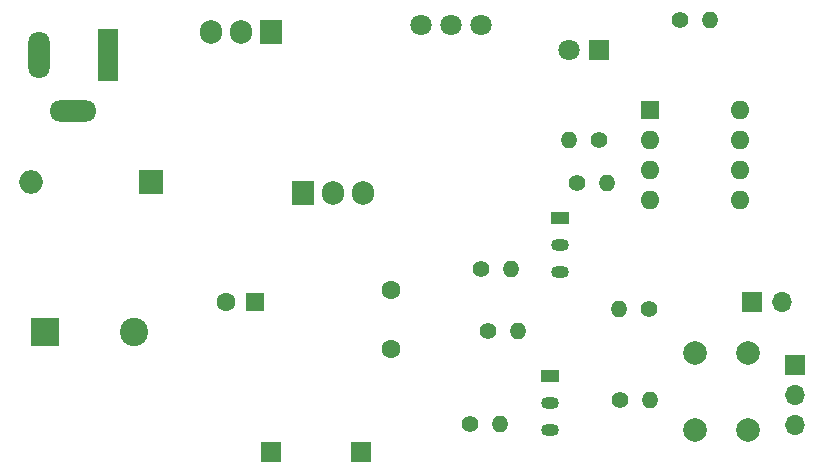
<source format=gbr>
%TF.GenerationSoftware,KiCad,Pcbnew,6.0.11+dfsg-1*%
%TF.CreationDate,2025-12-01T13:38:19+08:00*%
%TF.ProjectId,auto_sprinkler,6175746f-5f73-4707-9269-6e6b6c65722e,rev?*%
%TF.SameCoordinates,Original*%
%TF.FileFunction,Soldermask,Top*%
%TF.FilePolarity,Negative*%
%FSLAX46Y46*%
G04 Gerber Fmt 4.6, Leading zero omitted, Abs format (unit mm)*
G04 Created by KiCad (PCBNEW 6.0.11+dfsg-1) date 2025-12-01 13:38:19*
%MOMM*%
%LPD*%
G01*
G04 APERTURE LIST*
%ADD10C,1.400000*%
%ADD11O,1.400000X1.400000*%
%ADD12C,1.600000*%
%ADD13R,1.600000X1.600000*%
%ADD14O,1.600000X1.600000*%
%ADD15C,2.000000*%
%ADD16R,1.700000X1.700000*%
%ADD17R,1.500000X1.050000*%
%ADD18O,1.500000X1.050000*%
%ADD19R,2.400000X2.400000*%
%ADD20C,2.400000*%
%ADD21R,1.905000X2.000000*%
%ADD22O,1.905000X2.000000*%
%ADD23R,1.800000X4.400000*%
%ADD24O,1.800000X4.000000*%
%ADD25O,4.000000X1.800000*%
%ADD26R,2.000000X2.000000*%
%ADD27O,2.000000X2.000000*%
%ADD28R,1.800000X1.800000*%
%ADD29C,1.800000*%
%ADD30O,1.700000X1.700000*%
G04 APERTURE END LIST*
D10*
%TO.C,R2*%
X114095000Y-65020000D03*
D11*
X111555000Y-65020000D03*
%TD*%
D12*
%TO.C,C3*%
X96510000Y-77740000D03*
X96510000Y-82740000D03*
%TD*%
D10*
%TO.C,R7*%
X104735000Y-81200000D03*
D11*
X107275000Y-81200000D03*
%TD*%
D13*
%TO.C,U2*%
X118375000Y-62480000D03*
D14*
X118375000Y-65020000D03*
X118375000Y-67560000D03*
X118375000Y-70100000D03*
X125995000Y-70100000D03*
X125995000Y-67560000D03*
X125995000Y-65020000D03*
X125995000Y-62480000D03*
%TD*%
D15*
%TO.C,SW1*%
X122210000Y-89610000D03*
X122210000Y-83110000D03*
X126710000Y-89610000D03*
X126710000Y-83110000D03*
%TD*%
D16*
%TO.C,J4*%
X93980000Y-91440000D03*
%TD*%
D17*
%TO.C,Q1*%
X110755000Y-71624000D03*
D18*
X110755000Y-73910000D03*
X110755000Y-76196000D03*
%TD*%
D13*
%TO.C,C2*%
X84997210Y-78740000D03*
D12*
X82497210Y-78740000D03*
%TD*%
D19*
%TO.C,C1*%
X67210000Y-81280000D03*
D20*
X74710000Y-81280000D03*
%TD*%
D10*
%TO.C,R8*%
X112245000Y-68730000D03*
D11*
X114785000Y-68730000D03*
%TD*%
D21*
%TO.C,Q2*%
X86360000Y-55880000D03*
D22*
X83820000Y-55880000D03*
X81280000Y-55880000D03*
%TD*%
D23*
%TO.C,J5*%
X72520000Y-57820000D03*
D24*
X66720000Y-57820000D03*
D25*
X69520000Y-62620000D03*
%TD*%
D10*
%TO.C,R3*%
X118355000Y-79320000D03*
D11*
X115815000Y-79320000D03*
%TD*%
D26*
%TO.C,D1*%
X76200000Y-68580000D03*
D27*
X66040000Y-68580000D03*
%TD*%
D10*
%TO.C,R6*%
X103135000Y-89120886D03*
D11*
X105675000Y-89120886D03*
%TD*%
D28*
%TO.C,D2*%
X114117220Y-57402856D03*
D29*
X111577220Y-57402856D03*
%TD*%
D16*
%TO.C,J2*%
X130690000Y-84110000D03*
D30*
X130690000Y-86650000D03*
X130690000Y-89190000D03*
%TD*%
D17*
%TO.C,Q3*%
X109978370Y-85034886D03*
D18*
X109978370Y-87320886D03*
X109978370Y-89606886D03*
%TD*%
D29*
%TO.C,RV1*%
X104125000Y-55335000D03*
X101585000Y-55335000D03*
X99045000Y-55335000D03*
%TD*%
D10*
%TO.C,R1*%
X120915000Y-54860000D03*
D11*
X123455000Y-54860000D03*
%TD*%
D10*
%TO.C,R5*%
X115835000Y-87060000D03*
D11*
X118375000Y-87060000D03*
%TD*%
D10*
%TO.C,R4*%
X104085000Y-75980000D03*
D11*
X106625000Y-75980000D03*
%TD*%
D16*
%TO.C,J3*%
X86360000Y-91440000D03*
%TD*%
D21*
%TO.C,U1*%
X89020000Y-69550000D03*
D22*
X91560000Y-69550000D03*
X94100000Y-69550000D03*
%TD*%
D16*
%TO.C,J1*%
X127030000Y-78740000D03*
D30*
X129570000Y-78740000D03*
%TD*%
M02*

</source>
